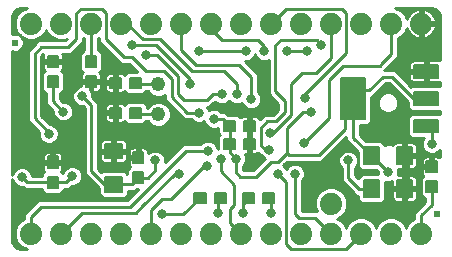
<source format=gbl>
G75*
G70*
%OFA0B0*%
%FSLAX24Y24*%
%IPPOS*%
%LPD*%
%AMOC8*
5,1,8,0,0,1.08239X$1,22.5*
%
%ADD10C,0.0240*%
%ADD11C,0.0061*%
%ADD12C,0.0059*%
%ADD13C,0.0062*%
%ADD14C,0.0740*%
%ADD15C,0.0480*%
%ADD16C,0.0320*%
%ADD17C,0.0100*%
%ADD18C,0.0080*%
D10*
X013193Y011850D03*
X027273Y006130D03*
D11*
X026430Y006705D02*
X026430Y007275D01*
X026430Y006705D02*
X025940Y006705D01*
X025940Y007275D01*
X026430Y007275D01*
X026430Y006765D02*
X025940Y006765D01*
X025940Y006825D02*
X026430Y006825D01*
X026430Y006885D02*
X025940Y006885D01*
X025940Y006945D02*
X026430Y006945D01*
X026430Y007005D02*
X025940Y007005D01*
X025940Y007065D02*
X026430Y007065D01*
X026430Y007125D02*
X025940Y007125D01*
X025940Y007185D02*
X026430Y007185D01*
X026430Y007245D02*
X025940Y007245D01*
X025327Y007275D02*
X025327Y006705D01*
X024837Y006705D01*
X024837Y007275D01*
X025327Y007275D01*
X025327Y006765D02*
X024837Y006765D01*
X024837Y006825D02*
X025327Y006825D01*
X025327Y006885D02*
X024837Y006885D01*
X024837Y006945D02*
X025327Y006945D01*
X025327Y007005D02*
X024837Y007005D01*
X024837Y007065D02*
X025327Y007065D01*
X025327Y007125D02*
X024837Y007125D01*
X024837Y007185D02*
X025327Y007185D01*
X025327Y007245D02*
X024837Y007245D01*
X025327Y007805D02*
X025327Y008375D01*
X025327Y007805D02*
X024837Y007805D01*
X024837Y008375D01*
X025327Y008375D01*
X025327Y007865D02*
X024837Y007865D01*
X024837Y007925D02*
X025327Y007925D01*
X025327Y007985D02*
X024837Y007985D01*
X024837Y008045D02*
X025327Y008045D01*
X025327Y008105D02*
X024837Y008105D01*
X024837Y008165D02*
X025327Y008165D01*
X025327Y008225D02*
X024837Y008225D01*
X024837Y008285D02*
X025327Y008285D01*
X025327Y008345D02*
X024837Y008345D01*
X026430Y008375D02*
X026430Y007805D01*
X025940Y007805D01*
X025940Y008375D01*
X026430Y008375D01*
X026430Y007865D02*
X025940Y007865D01*
X025940Y007925D02*
X026430Y007925D01*
X026430Y007985D02*
X025940Y007985D01*
X025940Y008045D02*
X026430Y008045D01*
X026430Y008105D02*
X025940Y008105D01*
X025940Y008165D02*
X026430Y008165D01*
X026430Y008225D02*
X025940Y008225D01*
X025940Y008285D02*
X026430Y008285D01*
X026430Y008345D02*
X025940Y008345D01*
X024060Y009312D02*
X024060Y010668D01*
X024866Y010668D01*
X024866Y009312D01*
X024060Y009312D01*
X024060Y009372D02*
X024866Y009372D01*
X024866Y009432D02*
X024060Y009432D01*
X024060Y009492D02*
X024866Y009492D01*
X024866Y009552D02*
X024060Y009552D01*
X024060Y009612D02*
X024866Y009612D01*
X024866Y009672D02*
X024060Y009672D01*
X024060Y009732D02*
X024866Y009732D01*
X024866Y009792D02*
X024060Y009792D01*
X024060Y009852D02*
X024866Y009852D01*
X024866Y009912D02*
X024060Y009912D01*
X024060Y009972D02*
X024866Y009972D01*
X024866Y010032D02*
X024060Y010032D01*
X024060Y010092D02*
X024866Y010092D01*
X024866Y010152D02*
X024060Y010152D01*
X024060Y010212D02*
X024866Y010212D01*
X024866Y010272D02*
X024060Y010272D01*
X024060Y010332D02*
X024866Y010332D01*
X024866Y010392D02*
X024060Y010392D01*
X024060Y010452D02*
X024866Y010452D01*
X024866Y010512D02*
X024060Y010512D01*
X024060Y010572D02*
X024866Y010572D01*
X024866Y010632D02*
X024060Y010632D01*
X016768Y008486D02*
X016198Y008486D01*
X016768Y008486D02*
X016768Y007996D01*
X016198Y007996D01*
X016198Y008486D01*
X016198Y008056D02*
X016768Y008056D01*
X016768Y008116D02*
X016198Y008116D01*
X016198Y008176D02*
X016768Y008176D01*
X016768Y008236D02*
X016198Y008236D01*
X016198Y008296D02*
X016768Y008296D01*
X016768Y008356D02*
X016198Y008356D01*
X016198Y008416D02*
X016768Y008416D01*
X016768Y008476D02*
X016198Y008476D01*
X016198Y007384D02*
X016768Y007384D01*
X016768Y006894D01*
X016198Y006894D01*
X016198Y007384D01*
X016198Y006954D02*
X016768Y006954D01*
X016768Y007014D02*
X016198Y007014D01*
X016198Y007074D02*
X016768Y007074D01*
X016768Y007134D02*
X016198Y007134D01*
X016198Y007194D02*
X016768Y007194D01*
X016768Y007254D02*
X016198Y007254D01*
X016198Y007314D02*
X016768Y007314D01*
X016768Y007374D02*
X016198Y007374D01*
D12*
X017145Y007542D02*
X017145Y007168D01*
X017145Y007542D02*
X017481Y007542D01*
X017481Y007168D01*
X017145Y007168D01*
X017145Y007226D02*
X017481Y007226D01*
X017481Y007284D02*
X017145Y007284D01*
X017145Y007342D02*
X017481Y007342D01*
X017481Y007400D02*
X017145Y007400D01*
X017145Y007458D02*
X017481Y007458D01*
X017481Y007516D02*
X017145Y007516D01*
X017145Y007838D02*
X017145Y008212D01*
X017481Y008212D01*
X017481Y007838D01*
X017145Y007838D01*
X017145Y007896D02*
X017481Y007896D01*
X017481Y007954D02*
X017145Y007954D01*
X017145Y008012D02*
X017481Y008012D01*
X017481Y008070D02*
X017145Y008070D01*
X017145Y008128D02*
X017481Y008128D01*
X017481Y008186D02*
X017145Y008186D01*
X014621Y008062D02*
X014621Y007688D01*
X014285Y007688D01*
X014285Y008062D01*
X014621Y008062D01*
X014621Y007746D02*
X014285Y007746D01*
X014285Y007804D02*
X014621Y007804D01*
X014621Y007862D02*
X014285Y007862D01*
X014285Y007920D02*
X014621Y007920D01*
X014621Y007978D02*
X014285Y007978D01*
X014285Y008036D02*
X014621Y008036D01*
X014621Y007392D02*
X014621Y007018D01*
X014285Y007018D01*
X014285Y007392D01*
X014621Y007392D01*
X014621Y007076D02*
X014285Y007076D01*
X014285Y007134D02*
X014621Y007134D01*
X014621Y007192D02*
X014285Y007192D01*
X014285Y007250D02*
X014621Y007250D01*
X014621Y007308D02*
X014285Y007308D01*
X014285Y007366D02*
X014621Y007366D01*
X019182Y006522D02*
X019556Y006522D01*
X019182Y006522D02*
X019182Y006858D01*
X019556Y006858D01*
X019556Y006522D01*
X019556Y006580D02*
X019182Y006580D01*
X019182Y006638D02*
X019556Y006638D01*
X019556Y006696D02*
X019182Y006696D01*
X019182Y006754D02*
X019556Y006754D01*
X019556Y006812D02*
X019182Y006812D01*
X019851Y006522D02*
X020225Y006522D01*
X019851Y006522D02*
X019851Y006858D01*
X020225Y006858D01*
X020225Y006522D01*
X020225Y006580D02*
X019851Y006580D01*
X019851Y006638D02*
X020225Y006638D01*
X020225Y006696D02*
X019851Y006696D01*
X019851Y006754D02*
X020225Y006754D01*
X020225Y006812D02*
X019851Y006812D01*
X020802Y006858D02*
X021176Y006858D01*
X021176Y006522D01*
X020802Y006522D01*
X020802Y006858D01*
X020802Y006580D02*
X021176Y006580D01*
X021176Y006638D02*
X020802Y006638D01*
X020802Y006696D02*
X021176Y006696D01*
X021176Y006754D02*
X020802Y006754D01*
X020802Y006812D02*
X021176Y006812D01*
X021471Y006858D02*
X021845Y006858D01*
X021845Y006522D01*
X021471Y006522D01*
X021471Y006858D01*
X021471Y006580D02*
X021845Y006580D01*
X021845Y006638D02*
X021471Y006638D01*
X021471Y006696D02*
X021845Y006696D01*
X021845Y006754D02*
X021471Y006754D01*
X021471Y006812D02*
X021845Y006812D01*
X021205Y008312D02*
X020831Y008312D01*
X020831Y008648D01*
X021205Y008648D01*
X021205Y008312D01*
X021205Y008370D02*
X020831Y008370D01*
X020831Y008428D02*
X021205Y008428D01*
X021205Y008486D02*
X020831Y008486D01*
X020831Y008544D02*
X021205Y008544D01*
X021205Y008602D02*
X020831Y008602D01*
X020536Y008312D02*
X020162Y008312D01*
X020162Y008648D01*
X020536Y008648D01*
X020536Y008312D01*
X020536Y008370D02*
X020162Y008370D01*
X020162Y008428D02*
X020536Y008428D01*
X020536Y008486D02*
X020162Y008486D01*
X020162Y008544D02*
X020536Y008544D01*
X020536Y008602D02*
X020162Y008602D01*
X020162Y009258D02*
X020536Y009258D01*
X020536Y008922D01*
X020162Y008922D01*
X020162Y009258D01*
X020162Y008980D02*
X020536Y008980D01*
X020536Y009038D02*
X020162Y009038D01*
X020162Y009096D02*
X020536Y009096D01*
X020536Y009154D02*
X020162Y009154D01*
X020162Y009212D02*
X020536Y009212D01*
X020831Y009258D02*
X021205Y009258D01*
X021205Y008922D01*
X020831Y008922D01*
X020831Y009258D01*
X020831Y008980D02*
X021205Y008980D01*
X021205Y009038D02*
X020831Y009038D01*
X020831Y009096D02*
X021205Y009096D01*
X021205Y009154D02*
X020831Y009154D01*
X020831Y009212D02*
X021205Y009212D01*
X017395Y009352D02*
X017021Y009352D01*
X017021Y009688D01*
X017395Y009688D01*
X017395Y009352D01*
X017395Y009410D02*
X017021Y009410D01*
X017021Y009468D02*
X017395Y009468D01*
X017395Y009526D02*
X017021Y009526D01*
X017021Y009584D02*
X017395Y009584D01*
X017395Y009642D02*
X017021Y009642D01*
X016726Y009352D02*
X016352Y009352D01*
X016352Y009688D01*
X016726Y009688D01*
X016726Y009352D01*
X016726Y009410D02*
X016352Y009410D01*
X016352Y009468D02*
X016726Y009468D01*
X016726Y009526D02*
X016352Y009526D01*
X016352Y009584D02*
X016726Y009584D01*
X016726Y009642D02*
X016352Y009642D01*
X016352Y010352D02*
X016726Y010352D01*
X016352Y010352D02*
X016352Y010688D01*
X016726Y010688D01*
X016726Y010352D01*
X016726Y010410D02*
X016352Y010410D01*
X016352Y010468D02*
X016726Y010468D01*
X016726Y010526D02*
X016352Y010526D01*
X016352Y010584D02*
X016726Y010584D01*
X016726Y010642D02*
X016352Y010642D01*
X015901Y010742D02*
X015901Y010368D01*
X015565Y010368D01*
X015565Y010742D01*
X015901Y010742D01*
X015901Y010426D02*
X015565Y010426D01*
X015565Y010484D02*
X015901Y010484D01*
X015901Y010542D02*
X015565Y010542D01*
X015565Y010600D02*
X015901Y010600D01*
X015901Y010658D02*
X015565Y010658D01*
X015565Y010716D02*
X015901Y010716D01*
X015901Y011038D02*
X015901Y011412D01*
X015901Y011038D02*
X015565Y011038D01*
X015565Y011412D01*
X015901Y011412D01*
X015901Y011096D02*
X015565Y011096D01*
X015565Y011154D02*
X015901Y011154D01*
X015901Y011212D02*
X015565Y011212D01*
X015565Y011270D02*
X015901Y011270D01*
X015901Y011328D02*
X015565Y011328D01*
X015565Y011386D02*
X015901Y011386D01*
X014298Y011417D02*
X014298Y011043D01*
X014298Y011417D02*
X014634Y011417D01*
X014634Y011043D01*
X014298Y011043D01*
X014298Y011101D02*
X014634Y011101D01*
X014634Y011159D02*
X014298Y011159D01*
X014298Y011217D02*
X014634Y011217D01*
X014634Y011275D02*
X014298Y011275D01*
X014298Y011333D02*
X014634Y011333D01*
X014634Y011391D02*
X014298Y011391D01*
X014298Y010748D02*
X014298Y010374D01*
X014298Y010748D02*
X014634Y010748D01*
X014634Y010374D01*
X014298Y010374D01*
X014298Y010432D02*
X014634Y010432D01*
X014634Y010490D02*
X014298Y010490D01*
X014298Y010548D02*
X014634Y010548D01*
X014634Y010606D02*
X014298Y010606D01*
X014298Y010664D02*
X014634Y010664D01*
X014634Y010722D02*
X014298Y010722D01*
X017021Y010352D02*
X017395Y010352D01*
X017021Y010352D02*
X017021Y010688D01*
X017395Y010688D01*
X017395Y010352D01*
X017395Y010410D02*
X017021Y010410D01*
X017021Y010468D02*
X017395Y010468D01*
X017395Y010526D02*
X017021Y010526D01*
X017021Y010584D02*
X017395Y010584D01*
X017395Y010642D02*
X017021Y010642D01*
X027251Y007912D02*
X027251Y007538D01*
X026915Y007538D01*
X026915Y007912D01*
X027251Y007912D01*
X027251Y007596D02*
X026915Y007596D01*
X026915Y007654D02*
X027251Y007654D01*
X027251Y007712D02*
X026915Y007712D01*
X026915Y007770D02*
X027251Y007770D01*
X027251Y007828D02*
X026915Y007828D01*
X026915Y007886D02*
X027251Y007886D01*
X027251Y007242D02*
X027251Y006868D01*
X026915Y006868D01*
X026915Y007242D01*
X027251Y007242D01*
X027251Y006926D02*
X026915Y006926D01*
X026915Y006984D02*
X027251Y006984D01*
X027251Y007042D02*
X026915Y007042D01*
X026915Y007100D02*
X027251Y007100D01*
X027251Y007158D02*
X026915Y007158D01*
X026915Y007216D02*
X027251Y007216D01*
D13*
X026494Y008871D02*
X026494Y009289D01*
X027312Y009289D01*
X027312Y008871D01*
X026494Y008871D01*
X026494Y008932D02*
X027312Y008932D01*
X027312Y008993D02*
X026494Y008993D01*
X026494Y009054D02*
X027312Y009054D01*
X027312Y009115D02*
X026494Y009115D01*
X026494Y009176D02*
X027312Y009176D01*
X027312Y009237D02*
X026494Y009237D01*
X026494Y009781D02*
X026494Y010199D01*
X027312Y010199D01*
X027312Y009781D01*
X026494Y009781D01*
X026494Y009842D02*
X027312Y009842D01*
X027312Y009903D02*
X026494Y009903D01*
X026494Y009964D02*
X027312Y009964D01*
X027312Y010025D02*
X026494Y010025D01*
X026494Y010086D02*
X027312Y010086D01*
X027312Y010147D02*
X026494Y010147D01*
X026494Y010691D02*
X026494Y011109D01*
X027312Y011109D01*
X027312Y010691D01*
X026494Y010691D01*
X026494Y010752D02*
X027312Y010752D01*
X027312Y010813D02*
X026494Y010813D01*
X026494Y010874D02*
X027312Y010874D01*
X027312Y010935D02*
X026494Y010935D01*
X026494Y010996D02*
X027312Y010996D01*
X027312Y011057D02*
X026494Y011057D01*
D14*
X026733Y012490D03*
X025733Y012490D03*
X024733Y012490D03*
X023733Y012490D03*
X022733Y012490D03*
X021733Y012490D03*
X020733Y012490D03*
X019733Y012490D03*
X018733Y012490D03*
X017733Y012490D03*
X016733Y012490D03*
X015733Y012490D03*
X014733Y012490D03*
X013733Y012490D03*
X023733Y006490D03*
X023733Y005490D03*
X024733Y005490D03*
X025733Y005490D03*
X026733Y005490D03*
X022733Y005490D03*
X021733Y005490D03*
X020733Y005490D03*
X019733Y005490D03*
X018733Y005490D03*
X017733Y005490D03*
X016733Y005490D03*
X015733Y005490D03*
X014733Y005490D03*
X013733Y005490D03*
D15*
X017973Y009470D03*
X017973Y010470D03*
D16*
X019033Y010490D03*
X020083Y010130D03*
X020583Y010130D03*
X021073Y009970D03*
X020693Y009630D03*
X019823Y009320D03*
X019333Y009520D03*
X019433Y008950D03*
X019633Y008250D03*
X020063Y007980D03*
X020563Y007980D03*
X021073Y007800D03*
X021673Y008290D03*
X021713Y008840D03*
X022823Y008510D03*
X024303Y007930D03*
X025643Y007530D03*
X027093Y008480D03*
X025873Y009160D03*
X023053Y009530D03*
X022873Y010020D03*
X021743Y009600D03*
X017873Y008430D03*
X017873Y007930D03*
X018673Y007480D03*
X019603Y007740D03*
X021953Y007490D03*
X022533Y007490D03*
X022903Y006360D03*
X021733Y006170D03*
X020783Y006180D03*
X019963Y006180D03*
X018093Y006130D03*
X015103Y007410D03*
X013433Y007380D03*
X013433Y007880D03*
X014323Y008810D03*
X014803Y009560D03*
X015443Y010070D03*
X016323Y011160D03*
X017573Y011440D03*
X017093Y011780D03*
X019343Y011570D03*
X020883Y011570D03*
X021513Y011570D03*
X022263Y011570D03*
X022933Y011570D03*
X023413Y011790D03*
D17*
X013115Y005227D02*
X013163Y005109D01*
X013253Y005020D01*
X013370Y004971D01*
X013433Y004965D01*
X013590Y004965D01*
X013427Y005032D01*
X013276Y005184D01*
X013132Y005184D01*
X013115Y005227D02*
X013108Y005290D01*
X013108Y007302D01*
X013154Y007193D01*
X013246Y007100D01*
X013368Y007050D01*
X013452Y007050D01*
X013517Y006985D01*
X014086Y006985D01*
X014086Y006936D01*
X014203Y006819D01*
X014703Y006819D01*
X014820Y006936D01*
X014820Y006980D01*
X014984Y006980D01*
X015084Y007080D01*
X015169Y007080D01*
X015290Y007130D01*
X015383Y007223D01*
X015433Y007344D01*
X015433Y007476D01*
X015383Y007597D01*
X015290Y007690D01*
X015169Y007740D01*
X015038Y007740D01*
X014916Y007690D01*
X014824Y007597D01*
X014787Y007508D01*
X014727Y007568D01*
X014748Y007590D01*
X014769Y007626D01*
X014780Y007667D01*
X014780Y007826D01*
X014502Y007826D01*
X014502Y007923D01*
X014780Y007923D01*
X014780Y008083D01*
X014769Y008123D01*
X014748Y008160D01*
X014719Y008189D01*
X014682Y008210D01*
X014642Y008221D01*
X014502Y008221D01*
X014502Y007923D01*
X014405Y007923D01*
X014405Y008221D01*
X014265Y008221D01*
X014224Y008210D01*
X014188Y008189D01*
X014158Y008160D01*
X014137Y008123D01*
X014126Y008083D01*
X014126Y007923D01*
X014405Y007923D01*
X014405Y007826D01*
X014126Y007826D01*
X014126Y007667D01*
X014137Y007626D01*
X014158Y007590D01*
X014180Y007568D01*
X014086Y007475D01*
X014086Y007425D01*
X013763Y007425D01*
X013763Y007446D01*
X013713Y007567D01*
X013620Y007660D01*
X013499Y007710D01*
X013368Y007710D01*
X013246Y007660D01*
X013154Y007567D01*
X013108Y007458D01*
X013108Y011571D01*
X013136Y011560D01*
X013251Y011560D01*
X013358Y011604D01*
X013439Y011686D01*
X013483Y011792D01*
X013483Y011908D01*
X013439Y012014D01*
X013358Y012096D01*
X013251Y012140D01*
X013136Y012140D01*
X013108Y012129D01*
X013108Y012732D01*
X013117Y012789D01*
X013167Y012895D01*
X013255Y012973D01*
X013365Y013013D01*
X013419Y013015D01*
X013429Y013015D01*
X013497Y013011D01*
X013500Y013015D01*
X013590Y013015D01*
X013427Y012948D01*
X013276Y012796D01*
X013193Y012597D01*
X013193Y012383D01*
X013276Y012184D01*
X013427Y012032D01*
X013626Y011950D01*
X013841Y011950D01*
X014039Y012032D01*
X014191Y012184D01*
X014233Y012286D01*
X014276Y012184D01*
X014427Y012032D01*
X014626Y011950D01*
X014841Y011950D01*
X014929Y011986D01*
X014872Y011930D01*
X013982Y011930D01*
X013853Y011801D01*
X013633Y011581D01*
X013633Y009239D01*
X013994Y008878D01*
X013993Y008876D01*
X013993Y008744D01*
X014044Y008623D01*
X014136Y008530D01*
X014258Y008480D01*
X014389Y008480D01*
X014510Y008530D01*
X014603Y008623D01*
X014653Y008744D01*
X014653Y008876D01*
X014603Y008997D01*
X014510Y009090D01*
X014389Y009140D01*
X014354Y009140D01*
X014073Y009421D01*
X014073Y011399D01*
X014148Y011474D01*
X014139Y011438D01*
X014139Y011279D01*
X014417Y011279D01*
X014417Y011182D01*
X014139Y011182D01*
X014139Y011022D01*
X014150Y010982D01*
X014171Y010945D01*
X014192Y010924D01*
X014099Y010831D01*
X014099Y010291D01*
X014216Y010174D01*
X014246Y010174D01*
X014246Y009807D01*
X014374Y009678D01*
X014473Y009579D01*
X014473Y009494D01*
X014524Y009373D01*
X014616Y009280D01*
X014738Y009230D01*
X014869Y009230D01*
X014990Y009280D01*
X015083Y009373D01*
X015133Y009494D01*
X015133Y009626D01*
X015083Y009747D01*
X014990Y009840D01*
X014869Y009890D01*
X014784Y009890D01*
X014686Y009989D01*
X014686Y010174D01*
X014716Y010174D01*
X014832Y010291D01*
X014832Y010831D01*
X014739Y010924D01*
X014761Y010945D01*
X014782Y010982D01*
X014792Y011022D01*
X014792Y011182D01*
X014514Y011182D01*
X014514Y011279D01*
X014792Y011279D01*
X014792Y011438D01*
X014782Y011479D01*
X014775Y011490D01*
X015054Y011490D01*
X015453Y011889D01*
X015453Y012021D01*
X015513Y011997D01*
X015513Y011611D01*
X015483Y011611D01*
X015366Y011494D01*
X015366Y010955D01*
X015460Y010862D01*
X015438Y010840D01*
X015417Y010804D01*
X015406Y010763D01*
X015406Y010604D01*
X015685Y010604D01*
X015685Y010507D01*
X015782Y010507D01*
X015782Y010604D01*
X016060Y010604D01*
X016060Y010763D01*
X016049Y010804D01*
X016028Y010840D01*
X016007Y010862D01*
X016100Y010955D01*
X016100Y011494D01*
X015983Y011611D01*
X015953Y011611D01*
X015953Y011997D01*
X016013Y012021D01*
X016013Y011879D01*
X016732Y011160D01*
X016992Y011160D01*
X017265Y010887D01*
X016938Y010887D01*
X016845Y010794D01*
X016824Y010815D01*
X016787Y010836D01*
X016747Y010847D01*
X016587Y010847D01*
X016587Y010568D01*
X016490Y010568D01*
X016490Y010472D01*
X016192Y010472D01*
X016192Y010332D01*
X016203Y010291D01*
X016224Y010255D01*
X016254Y010225D01*
X016290Y010204D01*
X016331Y010193D01*
X016490Y010193D01*
X016490Y010472D01*
X016587Y010472D01*
X016587Y010193D01*
X016747Y010193D01*
X016787Y010204D01*
X016824Y010225D01*
X016845Y010246D01*
X016938Y010153D01*
X017478Y010153D01*
X017574Y010250D01*
X017621Y010250D01*
X017626Y010238D01*
X017741Y010122D01*
X017892Y010060D01*
X018055Y010060D01*
X018203Y010121D01*
X018203Y009939D01*
X018713Y009429D01*
X018842Y009300D01*
X019087Y009300D01*
X019146Y009240D01*
X019268Y009190D01*
X019399Y009190D01*
X019502Y009233D01*
X019544Y009133D01*
X019636Y009040D01*
X019758Y008990D01*
X019889Y008990D01*
X019962Y009020D01*
X019962Y008840D01*
X020017Y008785D01*
X019962Y008730D01*
X019962Y008318D01*
X019913Y008437D01*
X019820Y008530D01*
X019699Y008580D01*
X019568Y008580D01*
X019446Y008530D01*
X019387Y008470D01*
X018802Y008470D01*
X018673Y008341D01*
X018203Y007871D01*
X018203Y007996D01*
X018153Y008117D01*
X018060Y008210D01*
X017939Y008260D01*
X017808Y008260D01*
X017686Y008210D01*
X017640Y008164D01*
X017640Y008233D01*
X017629Y008273D01*
X017608Y008310D01*
X017579Y008339D01*
X017542Y008360D01*
X017502Y008371D01*
X017362Y008371D01*
X017362Y008073D01*
X017265Y008073D01*
X017265Y007976D01*
X016986Y007976D01*
X016986Y007817D01*
X016997Y007776D01*
X017018Y007740D01*
X017040Y007718D01*
X016946Y007625D01*
X016946Y007489D01*
X016851Y007584D01*
X016116Y007584D01*
X016078Y007547D01*
X015963Y007661D01*
X015963Y009861D01*
X015834Y009990D01*
X015773Y010051D01*
X015773Y010136D01*
X015723Y010257D01*
X015685Y010295D01*
X015685Y010507D01*
X015406Y010507D01*
X015406Y010400D01*
X015378Y010400D01*
X015256Y010350D01*
X015164Y010257D01*
X015113Y010136D01*
X015113Y010004D01*
X015164Y009883D01*
X015256Y009790D01*
X015378Y009740D01*
X015462Y009740D01*
X015523Y009679D01*
X015523Y007479D01*
X015998Y007004D01*
X015998Y006811D01*
X016116Y006693D01*
X016851Y006693D01*
X016968Y006811D01*
X016968Y006920D01*
X016999Y006920D01*
X017189Y006920D01*
X017238Y006969D01*
X017301Y006969D01*
X016932Y006600D01*
X013972Y006600D01*
X013513Y006141D01*
X013513Y005983D01*
X013427Y005948D01*
X013276Y005796D01*
X013193Y005597D01*
X013193Y005383D01*
X013276Y005184D01*
X013235Y005283D02*
X013109Y005283D01*
X013108Y005381D02*
X013194Y005381D01*
X013193Y005480D02*
X013108Y005480D01*
X013108Y005578D02*
X013193Y005578D01*
X013226Y005677D02*
X013108Y005677D01*
X013108Y005775D02*
X013267Y005775D01*
X013353Y005874D02*
X013108Y005874D01*
X013108Y005972D02*
X013486Y005972D01*
X013513Y006071D02*
X013108Y006071D01*
X013108Y006169D02*
X013541Y006169D01*
X013640Y006268D02*
X013108Y006268D01*
X013108Y006366D02*
X013738Y006366D01*
X013837Y006465D02*
X013108Y006465D01*
X013108Y006563D02*
X013935Y006563D01*
X014063Y006380D02*
X017023Y006380D01*
X018083Y007440D01*
X018893Y008250D01*
X019633Y008250D01*
X019955Y008336D02*
X019962Y008336D01*
X019962Y008435D02*
X019914Y008435D01*
X019962Y008533D02*
X019812Y008533D01*
X019962Y008632D02*
X016837Y008632D01*
X016830Y008636D02*
X016789Y008647D01*
X016533Y008647D01*
X016533Y008291D01*
X016433Y008291D01*
X016433Y008191D01*
X016038Y008191D01*
X016038Y007975D01*
X016049Y007934D01*
X016070Y007897D01*
X016100Y007868D01*
X016137Y007847D01*
X016178Y007836D01*
X016433Y007836D01*
X016433Y008191D01*
X016533Y008191D01*
X016533Y007836D01*
X016789Y007836D01*
X016830Y007847D01*
X016866Y007868D01*
X016896Y007897D01*
X016917Y007934D01*
X016928Y007975D01*
X016928Y008191D01*
X016533Y008191D01*
X016533Y008291D01*
X016928Y008291D01*
X016928Y008508D01*
X016917Y008548D01*
X016896Y008585D01*
X016866Y008615D01*
X016830Y008636D01*
X016921Y008533D02*
X019454Y008533D01*
X019962Y008730D02*
X015963Y008730D01*
X015963Y008632D02*
X016129Y008632D01*
X016137Y008636D02*
X016100Y008615D01*
X016070Y008585D01*
X016049Y008548D01*
X016038Y008508D01*
X016038Y008291D01*
X016433Y008291D01*
X016433Y008647D01*
X016178Y008647D01*
X016137Y008636D01*
X016045Y008533D02*
X015963Y008533D01*
X015963Y008435D02*
X016038Y008435D01*
X016038Y008336D02*
X015963Y008336D01*
X015963Y008238D02*
X016433Y008238D01*
X016483Y008241D02*
X016539Y008395D01*
X016539Y009520D01*
X016539Y010520D01*
X016539Y010945D01*
X016323Y011160D01*
X016100Y011193D02*
X016700Y011193D01*
X016601Y011291D02*
X016100Y011291D01*
X016100Y011390D02*
X016503Y011390D01*
X016404Y011488D02*
X016100Y011488D01*
X016008Y011587D02*
X016306Y011587D01*
X016207Y011685D02*
X015953Y011685D01*
X015953Y011784D02*
X016109Y011784D01*
X016013Y011882D02*
X015953Y011882D01*
X015953Y011981D02*
X016013Y011981D01*
X016233Y011970D02*
X016823Y011380D01*
X017083Y011380D01*
X017553Y010910D01*
X018163Y010910D01*
X018423Y010650D01*
X018423Y010030D01*
X018933Y009520D01*
X019333Y009520D01*
X019651Y009617D02*
X019677Y009617D01*
X019654Y009607D02*
X019613Y009707D01*
X019610Y009710D01*
X019674Y009710D01*
X019803Y009839D01*
X019856Y009891D01*
X019896Y009850D01*
X020018Y009800D01*
X020149Y009800D01*
X020270Y009850D01*
X020333Y009913D01*
X020396Y009850D01*
X020518Y009800D01*
X020649Y009800D01*
X020766Y009849D01*
X020794Y009783D01*
X020886Y009690D01*
X021008Y009640D01*
X021139Y009640D01*
X021260Y009690D01*
X021353Y009783D01*
X021403Y009904D01*
X021403Y010036D01*
X021353Y010157D01*
X021293Y010217D01*
X021293Y010801D01*
X021164Y010930D01*
X020854Y011240D01*
X020949Y011240D01*
X021070Y011290D01*
X021163Y011383D01*
X021198Y011468D01*
X021234Y011383D01*
X021326Y011290D01*
X021448Y011240D01*
X021579Y011240D01*
X021653Y011271D01*
X021653Y010139D01*
X021973Y009819D01*
X021973Y009621D01*
X021802Y009450D01*
X021502Y009450D01*
X021357Y009305D01*
X021354Y009319D01*
X021333Y009355D01*
X021303Y009385D01*
X021267Y009406D01*
X021226Y009417D01*
X021066Y009417D01*
X021066Y009138D01*
X020970Y009138D01*
X020970Y009417D01*
X020810Y009417D01*
X020769Y009406D01*
X020733Y009385D01*
X020712Y009364D01*
X020618Y009457D01*
X020293Y009457D01*
X020210Y009540D01*
X020070Y009540D01*
X020010Y009600D01*
X019889Y009650D01*
X019758Y009650D01*
X019654Y009607D01*
X019679Y009715D02*
X020862Y009715D01*
X020781Y009814D02*
X020682Y009814D01*
X020693Y009630D02*
X021018Y009305D01*
X021313Y009600D01*
X021743Y009600D01*
X021870Y009518D02*
X020232Y009518D01*
X020119Y009320D02*
X020349Y009090D01*
X020349Y008480D01*
X020349Y008195D01*
X020563Y007980D01*
X020563Y007530D01*
X020713Y007380D01*
X021223Y007380D01*
X021733Y007890D01*
X021953Y007890D01*
X022253Y008190D01*
X022253Y009000D01*
X022783Y009530D01*
X023053Y009530D01*
X022393Y009440D02*
X021793Y008840D01*
X021713Y008840D01*
X021383Y009020D02*
X021593Y009230D01*
X021893Y009230D01*
X022193Y009530D01*
X022193Y009910D01*
X021873Y010230D01*
X021873Y011770D01*
X022053Y011950D01*
X023253Y011950D01*
X023413Y011790D01*
X022933Y011570D02*
X022263Y011570D01*
X021513Y011570D02*
X021513Y011740D01*
X021303Y011950D01*
X020083Y011950D01*
X019733Y012300D01*
X019733Y012490D01*
X018733Y012490D02*
X018733Y011600D01*
X019223Y011110D01*
X020673Y011110D01*
X021073Y010710D01*
X021073Y009970D01*
X021303Y010208D02*
X021653Y010208D01*
X021653Y010306D02*
X021293Y010306D01*
X021293Y010405D02*
X021653Y010405D01*
X021653Y010503D02*
X021293Y010503D01*
X021293Y010602D02*
X021653Y010602D01*
X021653Y010700D02*
X021293Y010700D01*
X021293Y010799D02*
X021653Y010799D01*
X021653Y010897D02*
X021197Y010897D01*
X021099Y010996D02*
X021653Y010996D01*
X021653Y011094D02*
X021000Y011094D01*
X020902Y011193D02*
X021653Y011193D01*
X021326Y011291D02*
X021071Y011291D01*
X021166Y011390D02*
X021231Y011390D01*
X020883Y011570D02*
X019343Y011570D01*
X019093Y010910D02*
X018033Y011970D01*
X017463Y011970D01*
X016943Y012490D01*
X016733Y012490D01*
X016233Y012840D02*
X016233Y011970D01*
X015513Y011981D02*
X015453Y011981D01*
X015446Y011882D02*
X015513Y011882D01*
X015513Y011784D02*
X015348Y011784D01*
X015249Y011685D02*
X015513Y011685D01*
X015459Y011587D02*
X015151Y011587D01*
X014963Y011710D02*
X015233Y011980D01*
X015233Y012840D01*
X015383Y012990D01*
X016083Y012990D01*
X016233Y012840D01*
X015733Y012490D02*
X015733Y011225D01*
X015366Y011193D02*
X014514Y011193D01*
X014476Y011220D02*
X014466Y011230D01*
X014476Y011220D02*
X014823Y011220D01*
X014953Y011090D01*
X014953Y010770D01*
X015193Y010530D01*
X014963Y010300D01*
X014963Y009980D01*
X015353Y009590D01*
X015353Y008800D01*
X015523Y008829D02*
X014653Y008829D01*
X014647Y008730D02*
X015523Y008730D01*
X015523Y008632D02*
X014607Y008632D01*
X014513Y008533D02*
X015523Y008533D01*
X015523Y008435D02*
X013108Y008435D01*
X013108Y008533D02*
X014134Y008533D01*
X014040Y008632D02*
X013108Y008632D01*
X013108Y008730D02*
X013999Y008730D01*
X013993Y008829D02*
X013108Y008829D01*
X013108Y008927D02*
X013945Y008927D01*
X013847Y009026D02*
X013108Y009026D01*
X013108Y009124D02*
X013748Y009124D01*
X013650Y009223D02*
X013108Y009223D01*
X013108Y009321D02*
X013633Y009321D01*
X013633Y009420D02*
X013108Y009420D01*
X013108Y009518D02*
X013633Y009518D01*
X013633Y009617D02*
X013108Y009617D01*
X013108Y009715D02*
X013633Y009715D01*
X013633Y009814D02*
X013108Y009814D01*
X013108Y009912D02*
X013633Y009912D01*
X013633Y010011D02*
X013108Y010011D01*
X013108Y010109D02*
X013633Y010109D01*
X013633Y010208D02*
X013108Y010208D01*
X013108Y010306D02*
X013633Y010306D01*
X013633Y010405D02*
X013108Y010405D01*
X013108Y010503D02*
X013633Y010503D01*
X013633Y010602D02*
X013108Y010602D01*
X013108Y010700D02*
X013633Y010700D01*
X013633Y010799D02*
X013108Y010799D01*
X013108Y010897D02*
X013633Y010897D01*
X013633Y010996D02*
X013108Y010996D01*
X013108Y011094D02*
X013633Y011094D01*
X013633Y011193D02*
X013108Y011193D01*
X013108Y011291D02*
X013633Y011291D01*
X013633Y011390D02*
X013108Y011390D01*
X013108Y011488D02*
X013633Y011488D01*
X013639Y011587D02*
X013315Y011587D01*
X013438Y011685D02*
X013737Y011685D01*
X013836Y011784D02*
X013480Y011784D01*
X013483Y011882D02*
X013934Y011882D01*
X013914Y011981D02*
X014552Y011981D01*
X014381Y012079D02*
X014086Y012079D01*
X014185Y012178D02*
X014282Y012178D01*
X014237Y012276D02*
X014229Y012276D01*
X014914Y011981D02*
X014923Y011981D01*
X014963Y011710D02*
X014073Y011710D01*
X013853Y011490D01*
X013853Y009330D01*
X014323Y008860D01*
X014323Y008810D01*
X014632Y008927D02*
X015523Y008927D01*
X015523Y009026D02*
X014575Y009026D01*
X014428Y009124D02*
X015523Y009124D01*
X015523Y009223D02*
X014272Y009223D01*
X014173Y009321D02*
X014576Y009321D01*
X014504Y009420D02*
X014075Y009420D01*
X014073Y009518D02*
X014473Y009518D01*
X014436Y009617D02*
X014073Y009617D01*
X014073Y009715D02*
X014337Y009715D01*
X014246Y009814D02*
X014073Y009814D01*
X014073Y009912D02*
X014246Y009912D01*
X014246Y010011D02*
X014073Y010011D01*
X014073Y010109D02*
X014246Y010109D01*
X014182Y010208D02*
X014073Y010208D01*
X014073Y010306D02*
X014099Y010306D01*
X014099Y010405D02*
X014073Y010405D01*
X014073Y010503D02*
X014099Y010503D01*
X014099Y010602D02*
X014073Y010602D01*
X014073Y010700D02*
X014099Y010700D01*
X014099Y010799D02*
X014073Y010799D01*
X014073Y010897D02*
X014165Y010897D01*
X014146Y010996D02*
X014073Y010996D01*
X014073Y011094D02*
X014139Y011094D01*
X014073Y011193D02*
X014417Y011193D01*
X014139Y011291D02*
X014073Y011291D01*
X014073Y011390D02*
X014139Y011390D01*
X014776Y011488D02*
X015366Y011488D01*
X015366Y011390D02*
X014792Y011390D01*
X014792Y011291D02*
X015366Y011291D01*
X015366Y011094D02*
X014792Y011094D01*
X014785Y010996D02*
X015366Y010996D01*
X015424Y010897D02*
X014766Y010897D01*
X014832Y010799D02*
X015416Y010799D01*
X015406Y010700D02*
X014832Y010700D01*
X014832Y010602D02*
X015685Y010602D01*
X015733Y010555D02*
X016503Y010555D01*
X016539Y010520D01*
X016490Y010503D02*
X016060Y010503D01*
X016060Y010507D02*
X015782Y010507D01*
X015782Y010209D01*
X015922Y010209D01*
X015962Y010220D01*
X015999Y010241D01*
X016028Y010270D01*
X016049Y010307D01*
X016060Y010347D01*
X016060Y010507D01*
X016060Y010405D02*
X016192Y010405D01*
X016199Y010306D02*
X016049Y010306D01*
X016284Y010208D02*
X015744Y010208D01*
X015773Y010109D02*
X017773Y010109D01*
X017656Y010208D02*
X017532Y010208D01*
X017478Y009887D02*
X016938Y009887D01*
X016845Y009794D01*
X016824Y009815D01*
X016787Y009836D01*
X016747Y009847D01*
X016587Y009847D01*
X016587Y009568D01*
X016490Y009568D01*
X016490Y009472D01*
X016192Y009472D01*
X016192Y009332D01*
X016203Y009291D01*
X016224Y009255D01*
X016254Y009225D01*
X016290Y009204D01*
X016331Y009193D01*
X016490Y009193D01*
X016490Y009472D01*
X016587Y009472D01*
X016587Y009193D01*
X016747Y009193D01*
X016787Y009204D01*
X016824Y009225D01*
X016845Y009246D01*
X016938Y009153D01*
X017478Y009153D01*
X017574Y009250D01*
X017621Y009250D01*
X017626Y009238D01*
X017741Y009122D01*
X017892Y009060D01*
X018055Y009060D01*
X018206Y009122D01*
X018321Y009238D01*
X018383Y009388D01*
X018383Y009552D01*
X018321Y009702D01*
X018206Y009818D01*
X018055Y009880D01*
X017892Y009880D01*
X017741Y009818D01*
X017626Y009702D01*
X017621Y009690D01*
X017595Y009690D01*
X017595Y009770D01*
X017478Y009887D01*
X017551Y009814D02*
X017737Y009814D01*
X017639Y009715D02*
X017595Y009715D01*
X017258Y009470D02*
X017208Y009520D01*
X017258Y009470D02*
X017973Y009470D01*
X018355Y009321D02*
X018821Y009321D01*
X018723Y009420D02*
X018383Y009420D01*
X018383Y009518D02*
X018624Y009518D01*
X018526Y009617D02*
X018356Y009617D01*
X018308Y009715D02*
X018427Y009715D01*
X018329Y009814D02*
X018210Y009814D01*
X018230Y009912D02*
X015912Y009912D01*
X015834Y009990D02*
X015834Y009990D01*
X015814Y010011D02*
X018203Y010011D01*
X018203Y010109D02*
X018173Y010109D01*
X018623Y010140D02*
X018833Y009930D01*
X019583Y009930D01*
X019783Y010130D01*
X020083Y010130D01*
X020332Y009912D02*
X020335Y009912D01*
X020485Y009814D02*
X020182Y009814D01*
X019985Y009814D02*
X019778Y009814D01*
X019970Y009617D02*
X021969Y009617D01*
X021973Y009715D02*
X021285Y009715D01*
X021366Y009814D02*
X021973Y009814D01*
X021880Y009912D02*
X021403Y009912D01*
X021403Y010011D02*
X021782Y010011D01*
X021683Y010109D02*
X021373Y010109D01*
X020583Y010130D02*
X020583Y010490D01*
X020163Y010910D01*
X019093Y010910D01*
X019033Y010650D02*
X019033Y010490D01*
X019033Y010650D02*
X017903Y011780D01*
X017093Y011780D01*
X017573Y011440D02*
X017933Y011440D01*
X018623Y010750D01*
X018623Y010140D01*
X017973Y010470D02*
X017258Y010470D01*
X017208Y010520D01*
X016850Y010799D02*
X016840Y010799D01*
X016587Y010799D02*
X016490Y010799D01*
X016490Y010847D02*
X016331Y010847D01*
X016290Y010836D01*
X016254Y010815D01*
X016224Y010785D01*
X016203Y010749D01*
X016192Y010708D01*
X016192Y010568D01*
X016490Y010568D01*
X016490Y010847D01*
X016490Y010700D02*
X016587Y010700D01*
X016587Y010602D02*
X016490Y010602D01*
X016490Y010405D02*
X016587Y010405D01*
X016587Y010306D02*
X016490Y010306D01*
X016490Y010208D02*
X016587Y010208D01*
X016793Y010208D02*
X016884Y010208D01*
X016865Y009814D02*
X016825Y009814D01*
X016587Y009814D02*
X016490Y009814D01*
X016490Y009847D02*
X016331Y009847D01*
X016290Y009836D01*
X016254Y009815D01*
X016224Y009785D01*
X016203Y009749D01*
X016192Y009708D01*
X016192Y009568D01*
X016490Y009568D01*
X016490Y009847D01*
X016490Y009715D02*
X016587Y009715D01*
X016587Y009617D02*
X016490Y009617D01*
X016490Y009518D02*
X015963Y009518D01*
X015963Y009420D02*
X016192Y009420D01*
X016195Y009321D02*
X015963Y009321D01*
X015963Y009223D02*
X016258Y009223D01*
X016490Y009223D02*
X016587Y009223D01*
X016587Y009321D02*
X016490Y009321D01*
X016490Y009420D02*
X016587Y009420D01*
X016819Y009223D02*
X016869Y009223D01*
X017547Y009223D02*
X017641Y009223D01*
X017739Y009124D02*
X015963Y009124D01*
X015963Y009026D02*
X019672Y009026D01*
X019553Y009124D02*
X018207Y009124D01*
X018306Y009223D02*
X019189Y009223D01*
X019477Y009223D02*
X019507Y009223D01*
X019433Y008950D02*
X018393Y008950D01*
X017873Y008430D01*
X017719Y008430D01*
X017582Y008336D02*
X018668Y008336D01*
X018570Y008238D02*
X017993Y008238D01*
X018131Y008139D02*
X018471Y008139D01*
X018373Y008041D02*
X018185Y008041D01*
X018203Y007942D02*
X018274Y007942D01*
X017873Y007930D02*
X017873Y007610D01*
X017619Y007355D01*
X017313Y007355D01*
X017098Y007140D01*
X016998Y007140D01*
X016483Y007139D01*
X016273Y007040D01*
X015743Y007570D01*
X015743Y009770D01*
X015443Y010070D01*
X015213Y010306D02*
X014832Y010306D01*
X014832Y010405D02*
X015406Y010405D01*
X015406Y010503D02*
X014832Y010503D01*
X015193Y010530D02*
X015693Y010530D01*
X015685Y010503D02*
X015782Y010503D01*
X015782Y010405D02*
X015685Y010405D01*
X015685Y010306D02*
X015782Y010306D01*
X015782Y010602D02*
X016192Y010602D01*
X016192Y010700D02*
X016060Y010700D01*
X016051Y010799D02*
X016237Y010799D01*
X016042Y010897D02*
X017255Y010897D01*
X017157Y010996D02*
X016100Y010996D01*
X016100Y011094D02*
X017058Y011094D01*
X015143Y010208D02*
X014749Y010208D01*
X014686Y010109D02*
X015113Y010109D01*
X015113Y010011D02*
X014686Y010011D01*
X014762Y009912D02*
X015152Y009912D01*
X015233Y009814D02*
X015017Y009814D01*
X015096Y009715D02*
X015487Y009715D01*
X015523Y009617D02*
X015133Y009617D01*
X015133Y009518D02*
X015523Y009518D01*
X015523Y009420D02*
X015102Y009420D01*
X015031Y009321D02*
X015523Y009321D01*
X015963Y009617D02*
X016192Y009617D01*
X016194Y009715D02*
X015963Y009715D01*
X015963Y009814D02*
X016252Y009814D01*
X014803Y009560D02*
X014466Y009898D01*
X014466Y010561D01*
X013552Y011981D02*
X013453Y011981D01*
X013381Y012079D02*
X013374Y012079D01*
X013282Y012178D02*
X013108Y012178D01*
X013108Y012276D02*
X013237Y012276D01*
X013197Y012375D02*
X013108Y012375D01*
X013108Y012473D02*
X013193Y012473D01*
X013193Y012572D02*
X013108Y012572D01*
X013108Y012670D02*
X013223Y012670D01*
X013264Y012769D02*
X013114Y012769D01*
X013154Y012867D02*
X013347Y012867D01*
X013246Y012966D02*
X013470Y012966D01*
X019823Y009320D02*
X020119Y009320D01*
X019962Y008927D02*
X015963Y008927D01*
X015963Y008829D02*
X019974Y008829D01*
X020970Y008829D02*
X021066Y008829D01*
X021066Y008927D02*
X020970Y008927D01*
X020970Y009026D02*
X021066Y009026D01*
X021066Y009042D02*
X020970Y009042D01*
X020970Y008807D01*
X020970Y008528D01*
X021066Y008528D01*
X021066Y009042D01*
X021018Y009090D02*
X021018Y009305D01*
X020970Y009321D02*
X021066Y009321D01*
X021066Y009223D02*
X020970Y009223D01*
X021018Y009090D02*
X021018Y008480D01*
X021073Y008425D01*
X021073Y007800D01*
X021179Y007647D02*
X020783Y007647D01*
X020783Y007621D02*
X020783Y007733D01*
X020843Y007793D01*
X020893Y007914D01*
X020893Y008046D01*
X020849Y008153D01*
X020970Y008153D01*
X020970Y008432D01*
X021066Y008432D01*
X021066Y008153D01*
X021226Y008153D01*
X021267Y008164D01*
X021303Y008185D01*
X021310Y008192D01*
X021390Y008113D01*
X021394Y008103D01*
X021486Y008010D01*
X021526Y007994D01*
X021513Y007981D01*
X021132Y007600D01*
X020804Y007600D01*
X020783Y007621D01*
X020795Y007745D02*
X021277Y007745D01*
X021376Y007844D02*
X020864Y007844D01*
X020893Y007942D02*
X021474Y007942D01*
X021513Y007981D02*
X021513Y007981D01*
X021456Y008041D02*
X020893Y008041D01*
X020855Y008139D02*
X021363Y008139D01*
X021523Y008290D02*
X021673Y008290D01*
X021523Y008290D02*
X021383Y008430D01*
X021383Y009020D01*
X021066Y008730D02*
X020970Y008730D01*
X020970Y008632D02*
X021066Y008632D01*
X021066Y008533D02*
X020970Y008533D01*
X020970Y008336D02*
X021066Y008336D01*
X021066Y008238D02*
X020970Y008238D01*
X020063Y007980D02*
X020063Y007570D01*
X020513Y007120D01*
X020513Y006460D01*
X020373Y006320D01*
X020373Y005850D01*
X020733Y005490D01*
X022233Y005140D02*
X022233Y007210D01*
X021953Y007490D01*
X022165Y007745D02*
X022322Y007745D01*
X022346Y007770D02*
X022254Y007677D01*
X022243Y007652D01*
X022233Y007677D01*
X022142Y007768D01*
X022173Y007799D01*
X022254Y007880D01*
X023414Y007880D01*
X024243Y008709D01*
X024243Y008599D01*
X024372Y008470D01*
X024637Y008206D01*
X024637Y007722D01*
X024754Y007605D01*
X025257Y007605D01*
X025313Y007549D01*
X025313Y007475D01*
X024754Y007475D01*
X024637Y007358D01*
X024637Y007328D01*
X024523Y007441D01*
X024523Y007683D01*
X024583Y007743D01*
X024633Y007864D01*
X024633Y007996D01*
X024583Y008117D01*
X024490Y008210D01*
X024369Y008260D01*
X024238Y008260D01*
X024116Y008210D01*
X024024Y008117D01*
X023973Y007996D01*
X023973Y007864D01*
X024024Y007743D01*
X024083Y007683D01*
X024083Y007259D01*
X024453Y006889D01*
X024582Y006760D01*
X024206Y006760D01*
X024191Y006796D02*
X024039Y006948D01*
X023841Y007030D01*
X023626Y007030D01*
X023427Y006948D01*
X023276Y006796D01*
X023193Y006597D01*
X023193Y006383D01*
X023257Y006230D01*
X022754Y006230D01*
X022753Y006231D01*
X022753Y007243D01*
X022813Y007303D01*
X022863Y007424D01*
X022863Y007556D01*
X022813Y007677D01*
X022720Y007770D01*
X022599Y007820D01*
X022468Y007820D01*
X022346Y007770D01*
X022218Y007844D02*
X023982Y007844D01*
X023973Y007942D02*
X023476Y007942D01*
X023575Y008041D02*
X023992Y008041D01*
X024046Y008139D02*
X023673Y008139D01*
X023772Y008238D02*
X024183Y008238D01*
X024423Y008238D02*
X024605Y008238D01*
X024637Y008139D02*
X024561Y008139D01*
X024615Y008041D02*
X024637Y008041D01*
X024633Y007942D02*
X024637Y007942D01*
X024625Y007844D02*
X024637Y007844D01*
X024637Y007745D02*
X024584Y007745D01*
X024523Y007647D02*
X024712Y007647D01*
X024728Y007450D02*
X024523Y007450D01*
X024523Y007548D02*
X025313Y007548D01*
X025643Y007530D02*
X025083Y008090D01*
X025082Y008090D01*
X024983Y008170D02*
X024463Y008690D01*
X024463Y009990D01*
X024743Y010270D01*
X025013Y010270D01*
X025463Y010720D01*
X025763Y010720D01*
X026493Y009990D01*
X026903Y009990D01*
X026293Y009879D02*
X026293Y009698D01*
X026411Y009580D01*
X027358Y009580D01*
X027358Y009490D01*
X026411Y009490D01*
X026293Y009372D01*
X026293Y008788D01*
X026411Y008670D01*
X026817Y008670D01*
X026814Y008667D01*
X026763Y008546D01*
X026763Y008414D01*
X026814Y008293D01*
X026906Y008200D01*
X027028Y008150D01*
X027159Y008150D01*
X027280Y008200D01*
X027358Y008278D01*
X027358Y008030D01*
X027349Y008039D01*
X027312Y008060D01*
X027272Y008071D01*
X027132Y008071D01*
X027132Y007773D01*
X027035Y007773D01*
X027035Y007676D01*
X026756Y007676D01*
X026756Y007517D01*
X026767Y007476D01*
X026788Y007440D01*
X026810Y007418D01*
X026716Y007325D01*
X026716Y006786D01*
X026833Y006669D01*
X026863Y006669D01*
X026863Y006541D01*
X026642Y006320D01*
X026513Y006191D01*
X026513Y005983D01*
X026427Y005948D01*
X026276Y005796D01*
X026233Y005694D01*
X026191Y005796D01*
X026039Y005948D01*
X025841Y006030D01*
X025626Y006030D01*
X025427Y005948D01*
X025276Y005796D01*
X025233Y005694D01*
X025191Y005796D01*
X025039Y005948D01*
X024841Y006030D01*
X024626Y006030D01*
X024427Y005948D01*
X024276Y005796D01*
X024233Y005694D01*
X024191Y005796D01*
X024039Y005948D01*
X023937Y005990D01*
X024039Y006032D01*
X024191Y006184D01*
X024273Y006383D01*
X024273Y006597D01*
X024191Y006796D01*
X024129Y006859D02*
X024484Y006859D01*
X024385Y006957D02*
X024017Y006957D01*
X024133Y007090D02*
X023433Y007090D01*
X022903Y006560D01*
X022903Y006360D01*
X022753Y006366D02*
X023200Y006366D01*
X023193Y006465D02*
X022753Y006465D01*
X022753Y006563D02*
X023193Y006563D01*
X023220Y006662D02*
X022753Y006662D01*
X022753Y006760D02*
X023261Y006760D01*
X023338Y006859D02*
X022753Y006859D01*
X022753Y006957D02*
X023450Y006957D01*
X024133Y007090D02*
X024333Y006890D01*
X024333Y006590D01*
X024533Y006390D01*
X025933Y006390D01*
X026283Y006740D01*
X026185Y006990D01*
X026283Y006990D01*
X026283Y008060D01*
X026235Y008041D02*
X026820Y008041D01*
X026818Y008039D02*
X026788Y008010D01*
X026767Y007973D01*
X026756Y007933D01*
X026756Y007773D01*
X027035Y007773D01*
X027035Y008071D01*
X026895Y008071D01*
X026854Y008060D01*
X026818Y008039D01*
X026759Y007942D02*
X026590Y007942D01*
X026590Y008040D02*
X026590Y007784D01*
X026579Y007743D01*
X026558Y007707D01*
X026528Y007677D01*
X026492Y007656D01*
X026451Y007645D01*
X026235Y007645D01*
X026235Y008040D01*
X026235Y008140D01*
X026590Y008140D01*
X026590Y008396D01*
X026579Y008437D01*
X026558Y008473D01*
X026528Y008503D01*
X026492Y008524D01*
X026451Y008535D01*
X026235Y008535D01*
X026235Y008140D01*
X026135Y008140D01*
X026135Y008535D01*
X025918Y008535D01*
X025877Y008524D01*
X025841Y008503D01*
X025811Y008473D01*
X025790Y008437D01*
X025789Y008435D01*
X025702Y008471D01*
X025564Y008471D01*
X025528Y008456D01*
X025528Y008458D01*
X025410Y008575D01*
X024889Y008575D01*
X024683Y008781D01*
X024683Y009111D01*
X024949Y009111D01*
X025066Y009229D01*
X025066Y010050D01*
X025104Y010050D01*
X025554Y010500D01*
X025672Y010500D01*
X026273Y009899D01*
X026293Y009879D01*
X026260Y009912D02*
X025980Y009912D01*
X025980Y009925D02*
X025928Y010053D01*
X025830Y010150D01*
X025702Y010203D01*
X025564Y010203D01*
X025437Y010150D01*
X025339Y010053D01*
X025286Y009925D01*
X025286Y009787D01*
X025339Y009659D01*
X025437Y009562D01*
X025564Y009509D01*
X025702Y009509D01*
X025830Y009562D01*
X025928Y009659D01*
X025980Y009787D01*
X025980Y009925D01*
X025945Y010011D02*
X026162Y010011D01*
X026063Y010109D02*
X025871Y010109D01*
X025965Y010208D02*
X025262Y010208D01*
X025360Y010306D02*
X025866Y010306D01*
X025768Y010405D02*
X025459Y010405D01*
X025395Y010109D02*
X025163Y010109D01*
X025066Y010011D02*
X025322Y010011D01*
X025286Y009912D02*
X025066Y009912D01*
X025066Y009814D02*
X025286Y009814D01*
X025316Y009715D02*
X025066Y009715D01*
X025066Y009617D02*
X025382Y009617D01*
X025542Y009518D02*
X025066Y009518D01*
X025066Y009420D02*
X026341Y009420D01*
X026293Y009321D02*
X025066Y009321D01*
X025060Y009223D02*
X026293Y009223D01*
X026293Y009124D02*
X024962Y009124D01*
X024683Y009026D02*
X026293Y009026D01*
X026293Y008927D02*
X024683Y008927D01*
X024683Y008829D02*
X026293Y008829D01*
X026351Y008730D02*
X024734Y008730D01*
X024833Y008632D02*
X026799Y008632D01*
X026763Y008533D02*
X026458Y008533D01*
X026580Y008435D02*
X026763Y008435D01*
X026796Y008336D02*
X026590Y008336D01*
X026590Y008238D02*
X026869Y008238D01*
X027035Y008041D02*
X027132Y008041D01*
X027132Y007942D02*
X027035Y007942D01*
X027035Y007844D02*
X027132Y007844D01*
X027035Y007745D02*
X026580Y007745D01*
X026590Y007844D02*
X026756Y007844D01*
X026756Y007647D02*
X026456Y007647D01*
X026451Y007435D02*
X026235Y007435D01*
X026235Y007040D01*
X026590Y007040D01*
X026590Y007296D01*
X026579Y007337D01*
X026558Y007373D01*
X026528Y007403D01*
X026492Y007424D01*
X026451Y007435D01*
X026571Y007351D02*
X026742Y007351D01*
X026716Y007253D02*
X026590Y007253D01*
X026590Y007154D02*
X026716Y007154D01*
X026716Y007056D02*
X026590Y007056D01*
X026590Y006940D02*
X026235Y006940D01*
X026235Y007040D01*
X026135Y007040D01*
X026135Y007435D01*
X025961Y007435D01*
X025973Y007464D01*
X025973Y007596D01*
X025953Y007645D01*
X026135Y007645D01*
X026135Y008040D01*
X026235Y008040D01*
X026590Y008040D01*
X026235Y007942D02*
X026135Y007942D01*
X026135Y007844D02*
X026235Y007844D01*
X026235Y007745D02*
X026135Y007745D01*
X026135Y007647D02*
X026235Y007647D01*
X025973Y007548D02*
X026756Y007548D01*
X026783Y007450D02*
X025967Y007450D01*
X026135Y007351D02*
X026235Y007351D01*
X026235Y007253D02*
X026135Y007253D01*
X026135Y007154D02*
X026235Y007154D01*
X026235Y007056D02*
X026135Y007056D01*
X026135Y007040D02*
X026135Y006940D01*
X026235Y006940D01*
X026235Y006545D01*
X026451Y006545D01*
X026492Y006556D01*
X026528Y006577D01*
X026558Y006607D01*
X026579Y006643D01*
X026590Y006684D01*
X026590Y006940D01*
X026590Y006859D02*
X026716Y006859D01*
X026716Y006957D02*
X026235Y006957D01*
X026235Y006859D02*
X026135Y006859D01*
X026135Y006940D02*
X026135Y006545D01*
X025918Y006545D01*
X025877Y006556D01*
X025841Y006577D01*
X025811Y006607D01*
X025790Y006643D01*
X025779Y006684D01*
X025779Y006940D01*
X026135Y006940D01*
X026135Y006957D02*
X025528Y006957D01*
X025528Y006859D02*
X025779Y006859D01*
X025779Y006760D02*
X025528Y006760D01*
X025528Y006662D02*
X025785Y006662D01*
X025865Y006563D02*
X025468Y006563D01*
X025410Y006505D02*
X025528Y006622D01*
X025528Y007221D01*
X025578Y007200D01*
X025709Y007200D01*
X025779Y007229D01*
X025779Y007040D01*
X026135Y007040D01*
X025779Y007056D02*
X025528Y007056D01*
X025528Y007154D02*
X025779Y007154D01*
X025082Y006990D02*
X024974Y006980D01*
X024673Y006980D01*
X024303Y007350D01*
X024303Y007930D01*
X024023Y007745D02*
X022745Y007745D01*
X022826Y007647D02*
X024083Y007647D01*
X024083Y007548D02*
X022863Y007548D01*
X022863Y007450D02*
X024083Y007450D01*
X024083Y007351D02*
X022833Y007351D01*
X022763Y007253D02*
X024090Y007253D01*
X024188Y007154D02*
X022753Y007154D01*
X022753Y007056D02*
X024287Y007056D01*
X024613Y007351D02*
X024637Y007351D01*
X024637Y006760D02*
X024637Y006622D01*
X024754Y006505D01*
X025410Y006505D01*
X026135Y006563D02*
X026235Y006563D01*
X026235Y006662D02*
X026135Y006662D01*
X026135Y006760D02*
X026235Y006760D01*
X026504Y006563D02*
X026863Y006563D01*
X026863Y006662D02*
X026584Y006662D01*
X026590Y006760D02*
X026742Y006760D01*
X026787Y006465D02*
X024273Y006465D01*
X024273Y006563D02*
X024696Y006563D01*
X024637Y006662D02*
X024247Y006662D01*
X024582Y006760D02*
X024637Y006760D01*
X024266Y006366D02*
X026688Y006366D01*
X026590Y006268D02*
X024226Y006268D01*
X024176Y006169D02*
X026513Y006169D01*
X026513Y006071D02*
X024078Y006071D01*
X023981Y005972D02*
X024486Y005972D01*
X024353Y005874D02*
X024114Y005874D01*
X024200Y005775D02*
X024267Y005775D01*
X024733Y005490D02*
X024233Y004990D01*
X022383Y004990D01*
X022233Y005140D01*
X022663Y006010D02*
X022533Y006140D01*
X022533Y007490D01*
X022173Y007799D02*
X022173Y007799D01*
X022343Y008100D02*
X022253Y008190D01*
X022343Y008100D02*
X023323Y008100D01*
X024213Y008990D01*
X024213Y010090D01*
X024463Y009990D01*
X023653Y010600D02*
X023653Y009340D01*
X022823Y008510D01*
X023870Y008336D02*
X024506Y008336D01*
X024408Y008435D02*
X023969Y008435D01*
X024067Y008533D02*
X024309Y008533D01*
X024243Y008632D02*
X024166Y008632D01*
X025452Y008533D02*
X025911Y008533D01*
X026135Y008533D02*
X026235Y008533D01*
X026235Y008435D02*
X026135Y008435D01*
X026135Y008336D02*
X026235Y008336D01*
X026235Y008238D02*
X026135Y008238D01*
X026235Y008139D02*
X027358Y008139D01*
X027347Y008041D02*
X027358Y008041D01*
X027358Y008238D02*
X027318Y008238D01*
X027093Y008480D02*
X027093Y008890D01*
X026903Y009080D01*
X027358Y009518D02*
X025724Y009518D01*
X025885Y009617D02*
X026375Y009617D01*
X026293Y009715D02*
X025951Y009715D01*
X025980Y009814D02*
X026293Y009814D01*
X026403Y010392D02*
X025854Y010940D01*
X025514Y010940D01*
X025653Y011079D01*
X025953Y011379D01*
X025953Y011997D01*
X026039Y012032D01*
X026191Y012184D01*
X026256Y012341D01*
X026270Y012298D01*
X026306Y012228D01*
X026352Y012164D01*
X026408Y012109D01*
X026471Y012062D01*
X026541Y012027D01*
X026616Y012002D01*
X026683Y011992D01*
X026683Y012440D01*
X026783Y012440D01*
X026783Y011992D01*
X026850Y012002D01*
X026925Y012027D01*
X026995Y012062D01*
X027059Y012109D01*
X027115Y012164D01*
X027161Y012228D01*
X027197Y012298D01*
X027221Y012373D01*
X027232Y012440D01*
X026783Y012440D01*
X026783Y012540D01*
X026683Y012540D01*
X026683Y012988D01*
X026616Y012978D01*
X026541Y012953D01*
X026471Y012918D01*
X026408Y012871D01*
X026352Y012816D01*
X026306Y012752D01*
X026270Y012682D01*
X026256Y012639D01*
X026191Y012796D01*
X026039Y012948D01*
X025877Y013015D01*
X026966Y013015D01*
X026970Y013011D01*
X027038Y013015D01*
X027048Y013015D01*
X027101Y013013D01*
X027212Y012973D01*
X027299Y012895D01*
X027350Y012789D01*
X027358Y012732D01*
X027358Y011263D01*
X027333Y011270D01*
X026953Y011270D01*
X026953Y010950D01*
X026853Y010950D01*
X026853Y010850D01*
X026333Y010850D01*
X026333Y010670D01*
X026344Y010629D01*
X026366Y010592D01*
X026396Y010562D01*
X026432Y010541D01*
X026473Y010530D01*
X026853Y010530D01*
X026853Y010850D01*
X026953Y010850D01*
X026953Y010530D01*
X027333Y010530D01*
X027358Y010537D01*
X027358Y010400D01*
X026411Y010400D01*
X026403Y010392D01*
X026390Y010405D02*
X027358Y010405D01*
X027358Y010503D02*
X026291Y010503D01*
X026360Y010602D02*
X026193Y010602D01*
X026094Y010700D02*
X026333Y010700D01*
X026333Y010799D02*
X025996Y010799D01*
X025897Y010897D02*
X026853Y010897D01*
X026903Y010900D02*
X026733Y011070D01*
X026853Y011094D02*
X026953Y011094D01*
X026953Y010996D02*
X026853Y010996D01*
X026853Y010950D02*
X026853Y011270D01*
X026473Y011270D01*
X026432Y011259D01*
X026396Y011238D01*
X026366Y011208D01*
X026344Y011171D01*
X026333Y011130D01*
X026333Y010950D01*
X026853Y010950D01*
X026853Y010799D02*
X026953Y010799D01*
X026953Y010700D02*
X026853Y010700D01*
X026853Y010602D02*
X026953Y010602D01*
X026333Y010996D02*
X025570Y010996D01*
X025653Y011079D02*
X025653Y011079D01*
X025668Y011094D02*
X026333Y011094D01*
X026357Y011193D02*
X025767Y011193D01*
X025865Y011291D02*
X027358Y011291D01*
X027358Y011390D02*
X025953Y011390D01*
X025953Y011488D02*
X027358Y011488D01*
X027358Y011587D02*
X025953Y011587D01*
X025953Y011685D02*
X027358Y011685D01*
X027358Y011784D02*
X025953Y011784D01*
X025953Y011882D02*
X027358Y011882D01*
X027358Y011981D02*
X025953Y011981D01*
X026086Y012079D02*
X026448Y012079D01*
X026342Y012178D02*
X026185Y012178D01*
X026229Y012276D02*
X026281Y012276D01*
X026683Y012276D02*
X026783Y012276D01*
X026783Y012178D02*
X026683Y012178D01*
X026683Y012079D02*
X026783Y012079D01*
X027018Y012079D02*
X027358Y012079D01*
X027358Y012178D02*
X027124Y012178D01*
X027185Y012276D02*
X027358Y012276D01*
X027358Y012375D02*
X027221Y012375D01*
X027232Y012540D02*
X026783Y012540D01*
X026783Y012988D01*
X026850Y012978D01*
X026925Y012953D01*
X026995Y012918D01*
X027059Y012871D01*
X027115Y012816D01*
X027161Y012752D01*
X027197Y012682D01*
X027221Y012607D01*
X027232Y012540D01*
X027227Y012572D02*
X027358Y012572D01*
X027358Y012670D02*
X027201Y012670D01*
X027149Y012769D02*
X027353Y012769D01*
X027313Y012867D02*
X027063Y012867D01*
X027221Y012966D02*
X026888Y012966D01*
X026783Y012966D02*
X026683Y012966D01*
X026683Y012867D02*
X026783Y012867D01*
X026783Y012769D02*
X026683Y012769D01*
X026683Y012670D02*
X026783Y012670D01*
X026783Y012572D02*
X026683Y012572D01*
X026783Y012473D02*
X027358Y012473D01*
X026783Y012375D02*
X026683Y012375D01*
X026266Y012670D02*
X026243Y012670D01*
X026202Y012769D02*
X026318Y012769D01*
X026403Y012867D02*
X026120Y012867D01*
X025996Y012966D02*
X026579Y012966D01*
X025733Y012490D02*
X025733Y011470D01*
X025433Y011170D01*
X025353Y011090D01*
X024143Y011090D01*
X023653Y010600D01*
X023233Y010850D02*
X023733Y011350D01*
X023733Y012490D01*
X024233Y012840D02*
X024083Y012990D01*
X022233Y012990D01*
X021733Y012490D01*
X024233Y012840D02*
X024233Y011520D01*
X022873Y010160D01*
X022873Y010020D01*
X022393Y010480D02*
X022393Y009440D01*
X021472Y009420D02*
X020656Y009420D01*
X021352Y009321D02*
X021373Y009321D01*
X022393Y010480D02*
X022763Y010850D01*
X023233Y010850D01*
X026853Y011193D02*
X026953Y011193D01*
X019603Y007740D02*
X019503Y007740D01*
X019063Y007300D01*
X018413Y006650D01*
X018093Y006650D01*
X017733Y006290D01*
X017733Y005490D01*
X018093Y006130D02*
X018809Y006130D01*
X019369Y006690D01*
X019963Y006690D02*
X020038Y006690D01*
X019963Y006690D02*
X019963Y006180D01*
X020783Y006180D02*
X020783Y006485D01*
X020989Y006690D01*
X020983Y006685D01*
X021658Y006690D02*
X021733Y006615D01*
X021733Y006170D01*
X022663Y006010D02*
X023213Y006010D01*
X023733Y005490D01*
X024981Y005972D02*
X025486Y005972D01*
X025353Y005874D02*
X025114Y005874D01*
X025200Y005775D02*
X025267Y005775D01*
X025981Y005972D02*
X026486Y005972D01*
X026353Y005874D02*
X026114Y005874D01*
X026200Y005775D02*
X026267Y005775D01*
X026733Y005490D02*
X026733Y006100D01*
X027083Y006450D01*
X027083Y007055D01*
X023241Y006268D02*
X022753Y006268D01*
X018673Y007480D02*
X018523Y007480D01*
X017443Y006400D01*
X017223Y006180D01*
X017123Y006180D01*
X015813Y006180D01*
X015423Y006180D01*
X014733Y005490D01*
X013733Y005490D02*
X013733Y006050D01*
X014063Y006380D01*
X013108Y006662D02*
X016994Y006662D01*
X016918Y006760D02*
X017092Y006760D01*
X017191Y006859D02*
X016968Y006859D01*
X017226Y006957D02*
X017289Y006957D01*
X016946Y007548D02*
X016887Y007548D01*
X016968Y007647D02*
X015978Y007647D01*
X015963Y007745D02*
X017015Y007745D01*
X016986Y007844D02*
X016819Y007844D01*
X016920Y007942D02*
X016986Y007942D01*
X016928Y008041D02*
X017265Y008041D01*
X017265Y008073D02*
X016986Y008073D01*
X016986Y008233D01*
X016997Y008273D01*
X017018Y008310D01*
X017048Y008339D01*
X017084Y008360D01*
X017125Y008371D01*
X017265Y008371D01*
X017265Y008073D01*
X017265Y008139D02*
X017362Y008139D01*
X017362Y008238D02*
X017265Y008238D01*
X017265Y008336D02*
X017362Y008336D01*
X017639Y008238D02*
X017753Y008238D01*
X017045Y008336D02*
X016928Y008336D01*
X016928Y008435D02*
X018767Y008435D01*
X016988Y008238D02*
X016533Y008238D01*
X016533Y008336D02*
X016433Y008336D01*
X016433Y008435D02*
X016533Y008435D01*
X016533Y008533D02*
X016433Y008533D01*
X016433Y008632D02*
X016533Y008632D01*
X015523Y008336D02*
X013108Y008336D01*
X013108Y008238D02*
X015523Y008238D01*
X015523Y008139D02*
X014760Y008139D01*
X014780Y008041D02*
X015523Y008041D01*
X015523Y007942D02*
X014780Y007942D01*
X014780Y007745D02*
X015523Y007745D01*
X015523Y007647D02*
X015334Y007647D01*
X015403Y007548D02*
X015523Y007548D01*
X015553Y007450D02*
X015433Y007450D01*
X015433Y007351D02*
X015651Y007351D01*
X015750Y007253D02*
X015395Y007253D01*
X015314Y007154D02*
X015848Y007154D01*
X015947Y007056D02*
X015060Y007056D01*
X014893Y007200D02*
X015103Y007410D01*
X014873Y007647D02*
X014775Y007647D01*
X014747Y007548D02*
X014803Y007548D01*
X014459Y007200D02*
X014453Y007205D01*
X013608Y007205D01*
X013433Y007380D01*
X013129Y007253D02*
X013108Y007253D01*
X013108Y007154D02*
X013193Y007154D01*
X013108Y007056D02*
X013354Y007056D01*
X013108Y006957D02*
X014086Y006957D01*
X014164Y006859D02*
X013108Y006859D01*
X013108Y006760D02*
X016049Y006760D01*
X015998Y006859D02*
X014743Y006859D01*
X014820Y006957D02*
X015998Y006957D01*
X016076Y007548D02*
X016079Y007548D01*
X016148Y007844D02*
X015963Y007844D01*
X015963Y007942D02*
X016047Y007942D01*
X016038Y008041D02*
X015963Y008041D01*
X015963Y008139D02*
X016038Y008139D01*
X016433Y008139D02*
X016533Y008139D01*
X016533Y008041D02*
X016433Y008041D01*
X016433Y007942D02*
X016533Y007942D01*
X016533Y007844D02*
X016433Y007844D01*
X016928Y008139D02*
X016986Y008139D01*
X015523Y007844D02*
X014502Y007844D01*
X014453Y007875D02*
X013439Y007875D01*
X013433Y007880D01*
X013233Y007647D02*
X013108Y007647D01*
X013108Y007745D02*
X014126Y007745D01*
X014132Y007647D02*
X013634Y007647D01*
X013721Y007548D02*
X014160Y007548D01*
X014086Y007450D02*
X013762Y007450D01*
X014389Y007270D02*
X014453Y007205D01*
X014459Y007200D02*
X014893Y007200D01*
X014399Y007820D02*
X014453Y007875D01*
X014388Y007875D01*
X014405Y007844D02*
X013108Y007844D01*
X013108Y007942D02*
X014126Y007942D01*
X014126Y008041D02*
X013108Y008041D01*
X013108Y008139D02*
X014146Y008139D01*
X014405Y008139D02*
X014502Y008139D01*
X014502Y008041D02*
X014405Y008041D01*
X014405Y007942D02*
X014502Y007942D01*
X014453Y007900D02*
X014453Y007880D01*
X013146Y007548D02*
X013108Y007548D01*
X013187Y005086D02*
X013374Y005086D01*
X013332Y004987D02*
X013537Y004987D01*
D18*
X014423Y007180D02*
X014453Y007205D01*
X014453Y007200D01*
X014423Y007850D02*
X014453Y007875D01*
X014453Y007880D01*
X014423Y007850D02*
X014363Y007850D01*
X016463Y007090D02*
X016483Y007139D01*
X020983Y006690D02*
X020989Y006690D01*
X021658Y006690D02*
X021663Y006690D01*
X024983Y006990D02*
X025082Y006990D01*
X026185Y006990D02*
X026243Y006980D01*
X026283Y006990D02*
X026185Y006990D01*
X027083Y007050D02*
X027083Y007055D01*
X027083Y007725D02*
X027083Y007730D01*
X026283Y008060D02*
X026185Y008090D01*
X026283Y008130D01*
X025082Y008090D02*
X025003Y008060D01*
X024983Y008090D02*
X025082Y008090D01*
X024983Y008090D02*
X024983Y008170D01*
X024463Y009990D02*
X024463Y010060D01*
X024463Y010090D02*
X024463Y009990D01*
X024463Y010090D02*
X024463Y010130D01*
X017213Y010520D02*
X017208Y010520D01*
X016539Y010520D02*
X016523Y010600D01*
X015733Y010555D02*
X015693Y010530D01*
X017208Y009520D02*
X017213Y009520D01*
M02*

</source>
